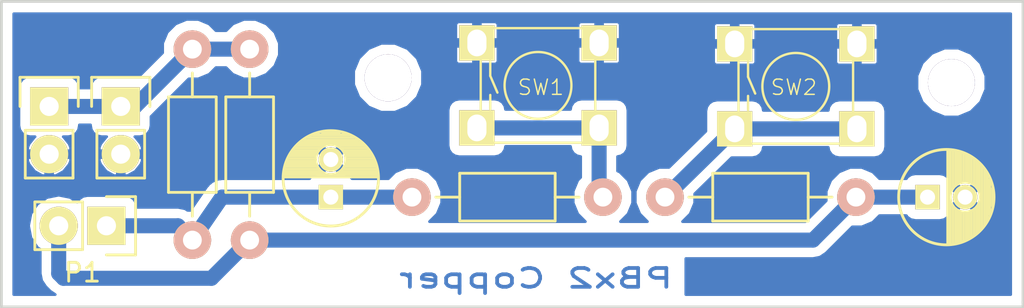
<source format=kicad_pcb>
(kicad_pcb (version 4) (host pcbnew 0.201601231531+6508~42~ubuntu15.10.1-product)

  (general
    (links 20)
    (no_connects 0)
    (area 120.067667 96.67488 182.465584 114.882333)
    (thickness 1.6)
    (drawings 22)
    (tracks 26)
    (zones 0)
    (modules 13)
    (nets 7)
  )

  (page A4)
  (layers
    (0 F.Cu jumper hide)
    (31 B.Cu mixed hide)
    (33 F.Adhes user)
    (35 F.Paste user)
    (37 F.SilkS user)
    (39 F.Mask user)
    (40 Dwgs.User user)
    (41 Cmts.User user)
    (42 Eco1.User user)
    (43 Eco2.User user)
    (44 Edge.Cuts user)
    (45 Margin user)
    (47 F.CrtYd user)
    (49 F.Fab user)
  )

  (setup
    (last_trace_width 0.8)
    (trace_clearance 0.5)
    (zone_clearance 0.508)
    (zone_45_only no)
    (trace_min 0.2)
    (segment_width 0.2)
    (edge_width 0.15)
    (via_size 0.6)
    (via_drill 0.4)
    (via_min_size 0.4)
    (via_min_drill 0.3)
    (uvia_size 0.3)
    (uvia_drill 0.1)
    (uvias_allowed no)
    (uvia_min_size 0.2)
    (uvia_min_drill 0.1)
    (pcb_text_width 0.3)
    (pcb_text_size 1.5 1.5)
    (mod_edge_width 0.15)
    (mod_text_size 1 1)
    (mod_text_width 0.15)
    (pad_size 1.524 1.524)
    (pad_drill 0.762)
    (pad_to_mask_clearance 0.2)
    (aux_axis_origin 0 0)
    (visible_elements FFFFFE7F)
    (pcbplotparams
      (layerselection 0x00020_7ffffffe)
      (usegerberextensions false)
      (excludeedgelayer true)
      (linewidth 0.020000)
      (plotframeref false)
      (viasonmask false)
      (mode 1)
      (useauxorigin false)
      (hpglpennumber 1)
      (hpglpenspeed 20)
      (hpglpendiameter 15)
      (hpglpenoverlay 2)
      (psnegative false)
      (psa4output false)
      (plotreference false)
      (plotvalue false)
      (plotinvisibletext false)
      (padsonsilk false)
      (subtractmaskfromsilk false)
      (outputformat 1)
      (mirror false)
      (drillshape 0)
      (scaleselection 1)
      (outputdirectory SVG/))
  )

  (net 0 "")
  (net 1 GND)
  (net 2 VCC)
  (net 3 "Net-(R2-Pad2)")
  (net 4 /Pin1)
  (net 5 /Pin2)
  (net 6 "Net-(R1-Pad2)")

  (net_class Default "This is the default net class."
    (clearance 0.5)
    (trace_width 0.8)
    (via_dia 0.6)
    (via_drill 0.4)
    (uvia_dia 0.3)
    (uvia_drill 0.1)
    (add_net /Pin1)
    (add_net /Pin2)
    (add_net GND)
    (add_net "Net-(R1-Pad2)")
    (add_net "Net-(R2-Pad2)")
    (add_net VCC)
  )

  (module Mounting_Holes:MountingHole_2-5mm (layer F.Cu) (tedit 56A4DCEF) (tstamp 56A7D91C)
    (at 143.51 101.6)
    (descr "Mounting hole, Befestigungsbohrung, 2,5mm, No Annular, Kein Restring,")
    (tags "Mounting hole, Befestigungsbohrung, 2,5mm, No Annular, Kein Restring,")
    (fp_text reference REF** (at 0 -3.50012) (layer F.SilkS) hide
      (effects (font (size 1 1) (thickness 0.15)))
    )
    (fp_text value MountingHole_2-5mm (at 0.09906 3.59918) (layer F.Fab) hide
      (effects (font (size 1 1) (thickness 0.15)))
    )
    (fp_circle (center 0 0) (end 2.5 0) (layer Cmts.User) (width 0.381))
    (pad 1 thru_hole circle (at 0 0) (size 2.5 2.5) (drill 2.5) (layers))
  )

  (module Capacitors_ThroughHole:C_Radial_D5_L11_P2 (layer F.Cu) (tedit 56A4FF2C) (tstamp 56A4B9AC)
    (at 140.462 107.95 90)
    (descr "Radial Electrolytic Capacitor 5mm x Length 11mm, Pitch 2mm")
    (tags "Electrolytic Capacitor")
    (path /5675BF29)
    (fp_text reference C1 (at 2.032 -3.556 180) (layer F.SilkS) hide
      (effects (font (size 1 1) (thickness 0.15)))
    )
    (fp_text value 1uF (at 3.556 -3.048 180) (layer F.SilkS) hide
      (effects (font (size 1 1) (thickness 0.15)))
    )
    (fp_line (start 1.075 -2.499) (end 1.075 2.499) (layer F.SilkS) (width 0.15))
    (fp_line (start 1.215 -2.491) (end 1.215 -0.154) (layer F.SilkS) (width 0.15))
    (fp_line (start 1.215 0.154) (end 1.215 2.491) (layer F.SilkS) (width 0.15))
    (fp_line (start 1.355 -2.475) (end 1.355 -0.473) (layer F.SilkS) (width 0.15))
    (fp_line (start 1.355 0.473) (end 1.355 2.475) (layer F.SilkS) (width 0.15))
    (fp_line (start 1.495 -2.451) (end 1.495 -0.62) (layer F.SilkS) (width 0.15))
    (fp_line (start 1.495 0.62) (end 1.495 2.451) (layer F.SilkS) (width 0.15))
    (fp_line (start 1.635 -2.418) (end 1.635 -0.712) (layer F.SilkS) (width 0.15))
    (fp_line (start 1.635 0.712) (end 1.635 2.418) (layer F.SilkS) (width 0.15))
    (fp_line (start 1.775 -2.377) (end 1.775 -0.768) (layer F.SilkS) (width 0.15))
    (fp_line (start 1.775 0.768) (end 1.775 2.377) (layer F.SilkS) (width 0.15))
    (fp_line (start 1.915 -2.327) (end 1.915 -0.795) (layer F.SilkS) (width 0.15))
    (fp_line (start 1.915 0.795) (end 1.915 2.327) (layer F.SilkS) (width 0.15))
    (fp_line (start 2.055 -2.266) (end 2.055 -0.798) (layer F.SilkS) (width 0.15))
    (fp_line (start 2.055 0.798) (end 2.055 2.266) (layer F.SilkS) (width 0.15))
    (fp_line (start 2.195 -2.196) (end 2.195 -0.776) (layer F.SilkS) (width 0.15))
    (fp_line (start 2.195 0.776) (end 2.195 2.196) (layer F.SilkS) (width 0.15))
    (fp_line (start 2.335 -2.114) (end 2.335 -0.726) (layer F.SilkS) (width 0.15))
    (fp_line (start 2.335 0.726) (end 2.335 2.114) (layer F.SilkS) (width 0.15))
    (fp_line (start 2.475 -2.019) (end 2.475 -0.644) (layer F.SilkS) (width 0.15))
    (fp_line (start 2.475 0.644) (end 2.475 2.019) (layer F.SilkS) (width 0.15))
    (fp_line (start 2.615 -1.908) (end 2.615 -0.512) (layer F.SilkS) (width 0.15))
    (fp_line (start 2.615 0.512) (end 2.615 1.908) (layer F.SilkS) (width 0.15))
    (fp_line (start 2.755 -1.78) (end 2.755 -0.265) (layer F.SilkS) (width 0.15))
    (fp_line (start 2.755 0.265) (end 2.755 1.78) (layer F.SilkS) (width 0.15))
    (fp_line (start 2.895 -1.631) (end 2.895 1.631) (layer F.SilkS) (width 0.15))
    (fp_line (start 3.035 -1.452) (end 3.035 1.452) (layer F.SilkS) (width 0.15))
    (fp_line (start 3.175 -1.233) (end 3.175 1.233) (layer F.SilkS) (width 0.15))
    (fp_line (start 3.315 -0.944) (end 3.315 0.944) (layer F.SilkS) (width 0.15))
    (fp_line (start 3.455 -0.472) (end 3.455 0.472) (layer F.SilkS) (width 0.15))
    (fp_circle (center 2 0) (end 2 -0.8) (layer F.SilkS) (width 0.15))
    (fp_circle (center 1 0) (end 1 -2.5375) (layer F.SilkS) (width 0.15))
    (fp_circle (center 1 0) (end 1 -2.8) (layer F.CrtYd) (width 0.05))
    (pad 1 thru_hole rect (at 0 0 90) (size 1.3 1.3) (drill 0.8) (layers *.Cu *.Mask F.SilkS)
      (net 4 /Pin1))
    (pad 2 thru_hole circle (at 2 0 90) (size 1.3 1.3) (drill 0.8) (layers *.Cu *.Mask F.SilkS)
      (net 1 GND))
    (model Capacitors_ThroughHole.3dshapes/C_Radial_D5_L11_P2.wrl
      (at (xyz 0 0 0))
      (scale (xyz 1 1 1))
      (rotate (xyz 0 0 0))
    )
  )

  (module Resistors_ThroughHole:Resistor_Horizontal_RM10mm (layer F.Cu) (tedit 56A4FF4D) (tstamp 56A4B9B2)
    (at 163.322 107.95 180)
    (descr "Resistor, Axial,  RM 10mm, 1/3W,")
    (tags "Resistor, Axial, RM 10mm, 1/3W,")
    (path /56A4BAD3)
    (fp_text reference R1 (at 0.1524 2.032 180) (layer F.SilkS) hide
      (effects (font (size 1 1) (thickness 0.15)))
    )
    (fp_text value 1K (at 0.1524 0 270) (layer Eco1.User) hide
      (effects (font (size 1 1) (thickness 0.15)))
    )
    (fp_line (start -2.54 -1.27) (end 2.54 -1.27) (layer F.SilkS) (width 0.15))
    (fp_line (start 2.54 -1.27) (end 2.54 1.27) (layer F.SilkS) (width 0.15))
    (fp_line (start 2.54 1.27) (end -2.54 1.27) (layer F.SilkS) (width 0.15))
    (fp_line (start -2.54 1.27) (end -2.54 -1.27) (layer F.SilkS) (width 0.15))
    (fp_line (start -2.54 0) (end -3.81 0) (layer F.SilkS) (width 0.15))
    (fp_line (start 2.54 0) (end 3.81 0) (layer F.SilkS) (width 0.15))
    (pad 1 thru_hole circle (at -5.08 0 180) (size 1.99898 1.99898) (drill 1.00076) (layers *.Cu *.SilkS *.Mask)
      (net 5 /Pin2))
    (pad 2 thru_hole circle (at 5.08 0 180) (size 1.99898 1.99898) (drill 1.00076) (layers *.Cu *.SilkS *.Mask)
      (net 6 "Net-(R1-Pad2)"))
    (model Resistors_ThroughHole.3dshapes/Resistor_Horizontal_RM10mm.wrl
      (at (xyz 0 0 0))
      (scale (xyz 0.4 0.4 0.4))
      (rotate (xyz 0 0 0))
    )
  )

  (module Resistors_ThroughHole:Resistor_Horizontal_RM10mm (layer F.Cu) (tedit 56A4FF43) (tstamp 56A4B9B8)
    (at 149.86 107.95)
    (descr "Resistor, Axial,  RM 10mm, 1/3W,")
    (tags "Resistor, Axial, RM 10mm, 1/3W,")
    (path /566DB317)
    (fp_text reference R2 (at 0 -2.286) (layer F.SilkS) hide
      (effects (font (size 1 1) (thickness 0.15)))
    )
    (fp_text value 1K (at 0 0 90) (layer Eco1.User) hide
      (effects (font (size 1 1) (thickness 0.15)))
    )
    (fp_line (start -2.54 -1.27) (end 2.54 -1.27) (layer F.SilkS) (width 0.15))
    (fp_line (start 2.54 -1.27) (end 2.54 1.27) (layer F.SilkS) (width 0.15))
    (fp_line (start 2.54 1.27) (end -2.54 1.27) (layer F.SilkS) (width 0.15))
    (fp_line (start -2.54 1.27) (end -2.54 -1.27) (layer F.SilkS) (width 0.15))
    (fp_line (start -2.54 0) (end -3.81 0) (layer F.SilkS) (width 0.15))
    (fp_line (start 2.54 0) (end 3.81 0) (layer F.SilkS) (width 0.15))
    (pad 1 thru_hole circle (at -5.08 0) (size 1.99898 1.99898) (drill 1.00076) (layers *.Cu *.SilkS *.Mask)
      (net 4 /Pin1))
    (pad 2 thru_hole circle (at 5.08 0) (size 1.99898 1.99898) (drill 1.00076) (layers *.Cu *.SilkS *.Mask)
      (net 3 "Net-(R2-Pad2)"))
    (model Resistors_ThroughHole.3dshapes/Resistor_Horizontal_RM10mm.wrl
      (at (xyz 0 0 0))
      (scale (xyz 0.4 0.4 0.4))
      (rotate (xyz 0 0 0))
    )
  )

  (module Resistors_ThroughHole:Resistor_Horizontal_RM10mm (layer F.Cu) (tedit 56A4FF19) (tstamp 56A4B9BE)
    (at 133.096 105.156 270)
    (descr "Resistor, Axial,  RM 10mm, 1/3W,")
    (tags "Resistor, Axial, RM 10mm, 1/3W,")
    (path /56929606)
    (fp_text reference R3 (at 0.3556 -0.1016 270) (layer F.SilkS) hide
      (effects (font (size 1 1) (thickness 0.15)))
    )
    (fp_text value 47k (at 0.1016 -2.3876 270) (layer Eco1.User) hide
      (effects (font (size 1 1) (thickness 0.15)))
    )
    (fp_line (start -2.54 -1.27) (end 2.54 -1.27) (layer F.SilkS) (width 0.15))
    (fp_line (start 2.54 -1.27) (end 2.54 1.27) (layer F.SilkS) (width 0.15))
    (fp_line (start 2.54 1.27) (end -2.54 1.27) (layer F.SilkS) (width 0.15))
    (fp_line (start -2.54 1.27) (end -2.54 -1.27) (layer F.SilkS) (width 0.15))
    (fp_line (start -2.54 0) (end -3.81 0) (layer F.SilkS) (width 0.15))
    (fp_line (start 2.54 0) (end 3.81 0) (layer F.SilkS) (width 0.15))
    (pad 1 thru_hole circle (at -5.08 0 270) (size 1.99898 1.99898) (drill 1.00076) (layers *.Cu *.SilkS *.Mask)
      (net 2 VCC))
    (pad 2 thru_hole circle (at 5.08 0 270) (size 1.99898 1.99898) (drill 1.00076) (layers *.Cu *.SilkS *.Mask)
      (net 4 /Pin1))
    (model Resistors_ThroughHole.3dshapes/Resistor_Horizontal_RM10mm.wrl
      (at (xyz 0 0 0))
      (scale (xyz 0.4 0.4 0.4))
      (rotate (xyz 0 0 0))
    )
  )

  (module misc:AB2_PB_MOM_6MM_PTH_BLK (layer F.Cu) (tedit 56A4DCFB) (tstamp 56A4B9D2)
    (at 151.486 102.006)
    (path /566DB135)
    (fp_text reference SW1 (at 0.152 0.102) (layer F.SilkS)
      (effects (font (size 0.8128 0.8128) (thickness 0.0762)))
    )
    (fp_text value SW_PUSH (at 0 3.81) (layer F.SilkS) hide
      (effects (font (size 0.8128 0.8128) (thickness 0.0762)))
    )
    (fp_line (start -2.54 -0.508) (end -2.159 0.381) (layer F.SilkS) (width 0.127))
    (fp_line (start -2.54 1.27) (end -2.54 0.508) (layer F.SilkS) (width 0.127))
    (fp_line (start -2.54 -1.27) (end -2.54 -0.508) (layer F.SilkS) (width 0.127))
    (fp_line (start -2.54 -3.048) (end 2.54 -3.048) (layer F.SilkS) (width 0.127))
    (fp_line (start 2.54 -3.048) (end 3.048 -2.54) (layer F.SilkS) (width 0.127))
    (fp_line (start 3.048 -2.54) (end 3.048 2.54) (layer F.SilkS) (width 0.127))
    (fp_line (start 3.048 2.54) (end 2.54 3.048) (layer F.SilkS) (width 0.127))
    (fp_line (start 2.54 3.048) (end -2.54 3.048) (layer F.SilkS) (width 0.127))
    (fp_line (start -2.54 3.048) (end -3.048 2.54) (layer F.SilkS) (width 0.127))
    (fp_line (start -3.048 2.54) (end -3.048 -2.54) (layer F.SilkS) (width 0.127))
    (fp_line (start -3.048 -2.54) (end -2.54 -3.048) (layer F.SilkS) (width 0.127))
    (fp_circle (center 0 0) (end 0 -1.778) (layer F.SilkS) (width 0.127))
    (pad 1 thru_hole rect (at -3.2512 -2.2606) (size 1.8796 1.8796) (drill oval 1.016 1.4224) (layers *.Cu *.Mask F.SilkS)
      (net 1 GND))
    (pad 1 thru_hole rect (at 3.2512 -2.2606) (size 1.8796 1.8796) (drill oval 1.016 1.4224) (layers *.Cu *.Mask F.SilkS)
      (net 1 GND))
    (pad 2 thru_hole rect (at -3.2512 2.2606) (size 1.8796 1.8796) (drill oval 1.016 1.4224) (layers *.Cu *.Mask F.SilkS)
      (net 3 "Net-(R2-Pad2)"))
    (pad 2 thru_hole rect (at 3.2512 2.2606) (size 1.8796 1.8796) (drill oval 1.016 1.4224) (layers *.Cu *.Mask F.SilkS)
      (net 3 "Net-(R2-Pad2)"))
    (model ab2_input_devices/AB2_PB_MOM_6MM_PTH_BLK.x3d
      (at (xyz 0 0 0))
      (scale (xyz 0.3937 0.3937 0.3937))
      (rotate (xyz 0 0 90))
    )
  )

  (module Capacitors_ThroughHole:C_Radial_D5_L11_P2 (layer F.Cu) (tedit 56A4FF67) (tstamp 56A4BBCD)
    (at 172.212 107.95)
    (descr "Radial Electrolytic Capacitor 5mm x Length 11mm, Pitch 2mm")
    (tags "Electrolytic Capacitor")
    (path /56A4BADC)
    (fp_text reference C2 (at 1.524 3.81 90) (layer F.SilkS) hide
      (effects (font (size 1 1) (thickness 0.15)))
    )
    (fp_text value 1uF (at 3.302 3.556 90) (layer F.SilkS) hide
      (effects (font (size 1 1) (thickness 0.15)))
    )
    (fp_line (start 1.075 -2.499) (end 1.075 2.499) (layer F.SilkS) (width 0.15))
    (fp_line (start 1.215 -2.491) (end 1.215 -0.154) (layer F.SilkS) (width 0.15))
    (fp_line (start 1.215 0.154) (end 1.215 2.491) (layer F.SilkS) (width 0.15))
    (fp_line (start 1.355 -2.475) (end 1.355 -0.473) (layer F.SilkS) (width 0.15))
    (fp_line (start 1.355 0.473) (end 1.355 2.475) (layer F.SilkS) (width 0.15))
    (fp_line (start 1.495 -2.451) (end 1.495 -0.62) (layer F.SilkS) (width 0.15))
    (fp_line (start 1.495 0.62) (end 1.495 2.451) (layer F.SilkS) (width 0.15))
    (fp_line (start 1.635 -2.418) (end 1.635 -0.712) (layer F.SilkS) (width 0.15))
    (fp_line (start 1.635 0.712) (end 1.635 2.418) (layer F.SilkS) (width 0.15))
    (fp_line (start 1.775 -2.377) (end 1.775 -0.768) (layer F.SilkS) (width 0.15))
    (fp_line (start 1.775 0.768) (end 1.775 2.377) (layer F.SilkS) (width 0.15))
    (fp_line (start 1.915 -2.327) (end 1.915 -0.795) (layer F.SilkS) (width 0.15))
    (fp_line (start 1.915 0.795) (end 1.915 2.327) (layer F.SilkS) (width 0.15))
    (fp_line (start 2.055 -2.266) (end 2.055 -0.798) (layer F.SilkS) (width 0.15))
    (fp_line (start 2.055 0.798) (end 2.055 2.266) (layer F.SilkS) (width 0.15))
    (fp_line (start 2.195 -2.196) (end 2.195 -0.776) (layer F.SilkS) (width 0.15))
    (fp_line (start 2.195 0.776) (end 2.195 2.196) (layer F.SilkS) (width 0.15))
    (fp_line (start 2.335 -2.114) (end 2.335 -0.726) (layer F.SilkS) (width 0.15))
    (fp_line (start 2.335 0.726) (end 2.335 2.114) (layer F.SilkS) (width 0.15))
    (fp_line (start 2.475 -2.019) (end 2.475 -0.644) (layer F.SilkS) (width 0.15))
    (fp_line (start 2.475 0.644) (end 2.475 2.019) (layer F.SilkS) (width 0.15))
    (fp_line (start 2.615 -1.908) (end 2.615 -0.512) (layer F.SilkS) (width 0.15))
    (fp_line (start 2.615 0.512) (end 2.615 1.908) (layer F.SilkS) (width 0.15))
    (fp_line (start 2.755 -1.78) (end 2.755 -0.265) (layer F.SilkS) (width 0.15))
    (fp_line (start 2.755 0.265) (end 2.755 1.78) (layer F.SilkS) (width 0.15))
    (fp_line (start 2.895 -1.631) (end 2.895 1.631) (layer F.SilkS) (width 0.15))
    (fp_line (start 3.035 -1.452) (end 3.035 1.452) (layer F.SilkS) (width 0.15))
    (fp_line (start 3.175 -1.233) (end 3.175 1.233) (layer F.SilkS) (width 0.15))
    (fp_line (start 3.315 -0.944) (end 3.315 0.944) (layer F.SilkS) (width 0.15))
    (fp_line (start 3.455 -0.472) (end 3.455 0.472) (layer F.SilkS) (width 0.15))
    (fp_circle (center 2 0) (end 2 -0.8) (layer F.SilkS) (width 0.15))
    (fp_circle (center 1 0) (end 1 -2.5375) (layer F.SilkS) (width 0.15))
    (fp_circle (center 1 0) (end 1 -2.8) (layer F.CrtYd) (width 0.05))
    (pad 1 thru_hole rect (at 0 0) (size 1.3 1.3) (drill 0.8) (layers *.Cu *.Mask F.SilkS)
      (net 5 /Pin2))
    (pad 2 thru_hole circle (at 2 0) (size 1.3 1.3) (drill 0.8) (layers *.Cu *.Mask F.SilkS)
      (net 1 GND))
    (model Capacitors_ThroughHole.3dshapes/C_Radial_D5_L11_P2.wrl
      (at (xyz 0 0 0))
      (scale (xyz 1 1 1))
      (rotate (xyz 0 0 0))
    )
  )

  (module Resistors_ThroughHole:Resistor_Horizontal_RM10mm (layer F.Cu) (tedit 56A4FF36) (tstamp 56A4BBD3)
    (at 136.144 105.156 270)
    (descr "Resistor, Axial,  RM 10mm, 1/3W,")
    (tags "Resistor, Axial, RM 10mm, 1/3W,")
    (path /56A4BAE4)
    (fp_text reference R4 (at 0.1016 -0.08636 270) (layer F.SilkS) hide
      (effects (font (size 1 1) (thickness 0.15)))
    )
    (fp_text value 47k (at -0.1524 -1.86436 270) (layer F.Fab) hide
      (effects (font (size 1 1) (thickness 0.15)))
    )
    (fp_line (start -2.54 -1.27) (end 2.54 -1.27) (layer F.SilkS) (width 0.15))
    (fp_line (start 2.54 -1.27) (end 2.54 1.27) (layer F.SilkS) (width 0.15))
    (fp_line (start 2.54 1.27) (end -2.54 1.27) (layer F.SilkS) (width 0.15))
    (fp_line (start -2.54 1.27) (end -2.54 -1.27) (layer F.SilkS) (width 0.15))
    (fp_line (start -2.54 0) (end -3.81 0) (layer F.SilkS) (width 0.15))
    (fp_line (start 2.54 0) (end 3.81 0) (layer F.SilkS) (width 0.15))
    (pad 1 thru_hole circle (at -5.08 0 270) (size 1.99898 1.99898) (drill 1.00076) (layers *.Cu *.SilkS *.Mask)
      (net 2 VCC))
    (pad 2 thru_hole circle (at 5.08 0 270) (size 1.99898 1.99898) (drill 1.00076) (layers *.Cu *.SilkS *.Mask)
      (net 5 /Pin2))
    (model Resistors_ThroughHole.3dshapes/Resistor_Horizontal_RM10mm.wrl
      (at (xyz 0 0 0))
      (scale (xyz 0.4 0.4 0.4))
      (rotate (xyz 0 0 0))
    )
  )

  (module misc:AB2_PB_MOM_6MM_PTH_BLK (layer F.Cu) (tedit 56A4DCFE) (tstamp 56A4BBE7)
    (at 165.202 102.057)
    (path /56A4BAC7)
    (fp_text reference SW2 (at -0.102 0.051) (layer F.SilkS)
      (effects (font (size 0.8128 0.8128) (thickness 0.0762)))
    )
    (fp_text value SW_PUSH (at 0 3.81) (layer F.SilkS) hide
      (effects (font (size 0.8128 0.8128) (thickness 0.0762)))
    )
    (fp_line (start -2.54 -0.508) (end -2.159 0.381) (layer F.SilkS) (width 0.127))
    (fp_line (start -2.54 1.27) (end -2.54 0.508) (layer F.SilkS) (width 0.127))
    (fp_line (start -2.54 -1.27) (end -2.54 -0.508) (layer F.SilkS) (width 0.127))
    (fp_line (start -2.54 -3.048) (end 2.54 -3.048) (layer F.SilkS) (width 0.127))
    (fp_line (start 2.54 -3.048) (end 3.048 -2.54) (layer F.SilkS) (width 0.127))
    (fp_line (start 3.048 -2.54) (end 3.048 2.54) (layer F.SilkS) (width 0.127))
    (fp_line (start 3.048 2.54) (end 2.54 3.048) (layer F.SilkS) (width 0.127))
    (fp_line (start 2.54 3.048) (end -2.54 3.048) (layer F.SilkS) (width 0.127))
    (fp_line (start -2.54 3.048) (end -3.048 2.54) (layer F.SilkS) (width 0.127))
    (fp_line (start -3.048 2.54) (end -3.048 -2.54) (layer F.SilkS) (width 0.127))
    (fp_line (start -3.048 -2.54) (end -2.54 -3.048) (layer F.SilkS) (width 0.127))
    (fp_circle (center 0 0) (end 0 -1.778) (layer F.SilkS) (width 0.127))
    (pad 1 thru_hole rect (at -3.2512 -2.2606) (size 1.8796 1.8796) (drill oval 1.016 1.4224) (layers *.Cu *.Mask F.SilkS)
      (net 1 GND))
    (pad 1 thru_hole rect (at 3.2512 -2.2606) (size 1.8796 1.8796) (drill oval 1.016 1.4224) (layers *.Cu *.Mask F.SilkS)
      (net 1 GND))
    (pad 2 thru_hole rect (at -3.2512 2.2606) (size 1.8796 1.8796) (drill oval 1.016 1.4224) (layers *.Cu *.Mask F.SilkS)
      (net 6 "Net-(R1-Pad2)"))
    (pad 2 thru_hole rect (at 3.2512 2.2606) (size 1.8796 1.8796) (drill oval 1.016 1.4224) (layers *.Cu *.Mask F.SilkS)
      (net 6 "Net-(R1-Pad2)"))
    (model ab2_input_devices/AB2_PB_MOM_6MM_PTH_BLK.x3d
      (at (xyz 0 0 0))
      (scale (xyz 0.3937 0.3937 0.3937))
      (rotate (xyz 0 0 90))
    )
  )

  (module Pin_Headers:Pin_Header_Straight_1x02 (layer F.Cu) (tedit 56A4DDAA) (tstamp 56A4C683)
    (at 128.524 109.474 270)
    (descr "Through hole pin header")
    (tags "pin header")
    (path /56A4C82A)
    (fp_text reference P1 (at 2.4892 1.27 360) (layer F.SilkS)
      (effects (font (size 1 1) (thickness 0.15)))
    )
    (fp_text value CONN_01X02 (at 0 -3.1 270) (layer F.Fab) hide
      (effects (font (size 1 1) (thickness 0.15)))
    )
    (fp_line (start 1.27 1.27) (end 1.27 3.81) (layer F.SilkS) (width 0.15))
    (fp_line (start 1.55 -1.55) (end 1.55 0) (layer F.SilkS) (width 0.15))
    (fp_line (start -1.75 -1.75) (end -1.75 4.3) (layer F.CrtYd) (width 0.05))
    (fp_line (start 1.75 -1.75) (end 1.75 4.3) (layer F.CrtYd) (width 0.05))
    (fp_line (start -1.75 -1.75) (end 1.75 -1.75) (layer F.CrtYd) (width 0.05))
    (fp_line (start -1.75 4.3) (end 1.75 4.3) (layer F.CrtYd) (width 0.05))
    (fp_line (start 1.27 1.27) (end -1.27 1.27) (layer F.SilkS) (width 0.15))
    (fp_line (start -1.55 0) (end -1.55 -1.55) (layer F.SilkS) (width 0.15))
    (fp_line (start -1.55 -1.55) (end 1.55 -1.55) (layer F.SilkS) (width 0.15))
    (fp_line (start -1.27 1.27) (end -1.27 3.81) (layer F.SilkS) (width 0.15))
    (fp_line (start -1.27 3.81) (end 1.27 3.81) (layer F.SilkS) (width 0.15))
    (pad 1 thru_hole rect (at 0 0 270) (size 2.032 2.032) (drill 1.016) (layers *.Cu *.Mask F.SilkS)
      (net 4 /Pin1))
    (pad 2 thru_hole oval (at 0 2.54 270) (size 2.032 2.032) (drill 1.016) (layers *.Cu *.Mask F.SilkS)
      (net 5 /Pin2))
    (model Pin_Headers.3dshapes/Pin_Header_Straight_1x02.wrl
      (at (xyz 0 -0.05 0))
      (scale (xyz 1 1 1))
      (rotate (xyz 0 0 90))
    )
  )

  (module Pin_Headers:Pin_Header_Straight_1x02 (layer F.Cu) (tedit 56A4FF00) (tstamp 56A4C68D)
    (at 129.286 103.124)
    (descr "Through hole pin header")
    (tags "pin header")
    (path /56A4C5E0)
    (fp_text reference P2 (at -0.08128 -2.93624) (layer F.SilkS) hide
      (effects (font (size 1 1) (thickness 0.15)))
    )
    (fp_text value CONN_01X02 (at 0 -3.1) (layer F.Fab) hide
      (effects (font (size 1 1) (thickness 0.15)))
    )
    (fp_line (start 1.27 1.27) (end 1.27 3.81) (layer F.SilkS) (width 0.15))
    (fp_line (start 1.55 -1.55) (end 1.55 0) (layer F.SilkS) (width 0.15))
    (fp_line (start -1.75 -1.75) (end -1.75 4.3) (layer F.CrtYd) (width 0.05))
    (fp_line (start 1.75 -1.75) (end 1.75 4.3) (layer F.CrtYd) (width 0.05))
    (fp_line (start -1.75 -1.75) (end 1.75 -1.75) (layer F.CrtYd) (width 0.05))
    (fp_line (start -1.75 4.3) (end 1.75 4.3) (layer F.CrtYd) (width 0.05))
    (fp_line (start 1.27 1.27) (end -1.27 1.27) (layer F.SilkS) (width 0.15))
    (fp_line (start -1.55 0) (end -1.55 -1.55) (layer F.SilkS) (width 0.15))
    (fp_line (start -1.55 -1.55) (end 1.55 -1.55) (layer F.SilkS) (width 0.15))
    (fp_line (start -1.27 1.27) (end -1.27 3.81) (layer F.SilkS) (width 0.15))
    (fp_line (start -1.27 3.81) (end 1.27 3.81) (layer F.SilkS) (width 0.15))
    (pad 1 thru_hole rect (at 0 0) (size 2.032 2.032) (drill 1.016) (layers *.Cu *.Mask F.SilkS)
      (net 2 VCC))
    (pad 2 thru_hole oval (at 0 2.54) (size 2.032 2.032) (drill 1.016) (layers *.Cu *.Mask F.SilkS)
      (net 1 GND))
    (model Pin_Headers.3dshapes/Pin_Header_Straight_1x02.wrl
      (at (xyz 0 -0.05 0))
      (scale (xyz 1 1 1))
      (rotate (xyz 0 0 90))
    )
  )

  (module Pin_Headers:Pin_Header_Straight_1x02 (layer F.Cu) (tedit 56A4FF09) (tstamp 56A4C693)
    (at 125.476 103.124)
    (descr "Through hole pin header")
    (tags "pin header")
    (path /56A4C6E2)
    (fp_text reference P3 (at 0.0508 -2.93624) (layer F.SilkS) hide
      (effects (font (size 1 1) (thickness 0.15)))
    )
    (fp_text value CONN_01X02 (at 0 -3.1) (layer F.Fab) hide
      (effects (font (size 1 1) (thickness 0.15)))
    )
    (fp_line (start 1.27 1.27) (end 1.27 3.81) (layer F.SilkS) (width 0.15))
    (fp_line (start 1.55 -1.55) (end 1.55 0) (layer F.SilkS) (width 0.15))
    (fp_line (start -1.75 -1.75) (end -1.75 4.3) (layer F.CrtYd) (width 0.05))
    (fp_line (start 1.75 -1.75) (end 1.75 4.3) (layer F.CrtYd) (width 0.05))
    (fp_line (start -1.75 -1.75) (end 1.75 -1.75) (layer F.CrtYd) (width 0.05))
    (fp_line (start -1.75 4.3) (end 1.75 4.3) (layer F.CrtYd) (width 0.05))
    (fp_line (start 1.27 1.27) (end -1.27 1.27) (layer F.SilkS) (width 0.15))
    (fp_line (start -1.55 0) (end -1.55 -1.55) (layer F.SilkS) (width 0.15))
    (fp_line (start -1.55 -1.55) (end 1.55 -1.55) (layer F.SilkS) (width 0.15))
    (fp_line (start -1.27 1.27) (end -1.27 3.81) (layer F.SilkS) (width 0.15))
    (fp_line (start -1.27 3.81) (end 1.27 3.81) (layer F.SilkS) (width 0.15))
    (pad 1 thru_hole rect (at 0 0) (size 2.032 2.032) (drill 1.016) (layers *.Cu *.Mask F.SilkS)
      (net 2 VCC))
    (pad 2 thru_hole oval (at 0 2.54) (size 2.032 2.032) (drill 1.016) (layers *.Cu *.Mask F.SilkS)
      (net 1 GND))
    (model Pin_Headers.3dshapes/Pin_Header_Straight_1x02.wrl
      (at (xyz 0 -0.05 0))
      (scale (xyz 1 1 1))
      (rotate (xyz 0 0 90))
    )
  )

  (module Mounting_Holes:MountingHole_2-5mm (layer F.Cu) (tedit 56A4DCD4) (tstamp 56A4DAAF)
    (at 173.482 101.854)
    (descr "Mounting hole, Befestigungsbohrung, 2,5mm, No Annular, Kein Restring,")
    (tags "Mounting hole, Befestigungsbohrung, 2,5mm, No Annular, Kein Restring,")
    (fp_text reference REF** (at 0 -3.50012) (layer F.SilkS) hide
      (effects (font (size 1 1) (thickness 0.15)))
    )
    (fp_text value MountingHole_2-5mm (at 0.09906 3.59918) (layer F.SilkS) hide
      (effects (font (size 1 1) (thickness 0.15)))
    )
    (fp_circle (center 0 0) (end 2.5 0) (layer Cmts.User) (width 0.381))
    (pad 1 thru_hole circle (at 0 0) (size 2.5 2.5) (drill 2.5) (layers))
  )

  (gr_text 47K (at 135.89 105.156 270) (layer Eco1.User)
    (effects (font (size 1 1.5) (thickness 0.2)) (justify mirror))
  )
  (gr_text 47K (at 132.842 105.156 270) (layer Eco1.User)
    (effects (font (size 1 1.5) (thickness 0.2)) (justify mirror))
  )
  (gr_text 1K (at 163.068 107.95) (layer Eco1.User)
    (effects (font (size 1 1.5) (thickness 0.2)) (justify mirror))
  )
  (gr_text 1K (at 149.606 107.95) (layer Eco1.User)
    (effects (font (size 1 1.5) (thickness 0.2)) (justify mirror))
  )
  (gr_line (start 177.292 113.792) (end 177.292 113.538) (angle 90) (layer Edge.Cuts) (width 0.15))
  (gr_line (start 122.936 113.792) (end 177.292 113.792) (angle 90) (layer Edge.Cuts) (width 0.15))
  (gr_line (start 122.936 97.536) (end 122.936 113.792) (angle 90) (layer Edge.Cuts) (width 0.15))
  (gr_line (start 177.292 97.536) (end 122.936 97.536) (angle 90) (layer Edge.Cuts) (width 0.15))
  (gr_text "-\n+" (at 142.748 106.934) (layer Eco1.User)
    (effects (font (size 1.5 1.5) (thickness 0.3)) (justify mirror))
  )
  (gr_text "-\n+" (at 173.482 110.744 270) (layer Eco1.User)
    (effects (font (size 1.5 1.5) (thickness 0.3)) (justify mirror))
  )
  (gr_text "P1 P2" (at 127.254 112.014) (layer Eco1.User)
    (effects (font (size 1 1.5) (thickness 0.2)) (justify mirror))
  )
  (gr_text VCC (at 127.508 100.33) (layer Eco1.User)
    (effects (font (size 1.5 1.5) (thickness 0.3)) (justify mirror))
  )
  (gr_text "PBx2 Copper" (at 151.384 112.268) (layer B.Cu)
    (effects (font (size 1 1.5) (thickness 0.2)) (justify mirror))
  )
  (gr_line (start 177.292 97.536) (end 177.292 113.538) (angle 90) (layer Edge.Cuts) (width 0.15))
  (gr_line (start 168.19135 99.003438) (end 162.191685 99.034739) (layer Dwgs.User) (width 0.1))
  (gr_line (start 168.222863 105.003556) (end 168.19135 99.003438) (layer Dwgs.User) (width 0.1))
  (gr_line (start 162.223198 105.034857) (end 168.222863 105.003556) (layer Dwgs.User) (width 0.1))
  (gr_line (start 162.191685 99.034739) (end 162.223198 105.034857) (layer Dwgs.User) (width 0.1))
  (gr_line (start 154.500765 104.972299) (end 154.469252 98.972181) (layer Dwgs.User) (width 0.1))
  (gr_line (start 154.469252 98.972181) (end 148.469587 99.003482) (layer Dwgs.User) (width 0.1))
  (gr_line (start 148.469587 99.003482) (end 148.5011 105.0036) (layer Dwgs.User) (width 0.1))
  (gr_line (start 148.5011 105.0036) (end 154.500765 104.972299) (layer Dwgs.User) (width 0.1))

  (segment (start 136.144 100.076) (end 133.096 100.076) (width 0.8) (layer B.Cu) (net 2))
  (segment (start 129.286 103.124) (end 130.048 103.124) (width 0.8) (layer B.Cu) (net 2))
  (segment (start 130.048 103.124) (end 133.096 100.076) (width 0.8) (layer B.Cu) (net 2) (tstamp 56A4EB76))
  (segment (start 129.286 103.124) (end 129.19456 103.26624) (width 0.8) (layer B.Cu) (net 2) (status 10))
  (segment (start 125.476 103.124) (end 129.286 103.124) (width 0.8) (layer B.Cu) (net 2) (status 10))
  (segment (start 154.7372 104.2666) (end 154.7372 107.7472) (width 0.8) (layer B.Cu) (net 3))
  (segment (start 154.7372 107.7472) (end 154.94 107.95) (width 0.8) (layer B.Cu) (net 3) (tstamp 56A4EBAC))
  (segment (start 148.2348 104.2666) (end 154.7372 104.2666) (width 0.8) (layer B.Cu) (net 3))
  (segment (start 128.524 109.474) (end 132.334 109.474) (width 0.8) (layer B.Cu) (net 4))
  (segment (start 132.334 109.474) (end 133.096 110.236) (width 0.8) (layer B.Cu) (net 4) (tstamp 56A4EB61))
  (segment (start 140.462 107.95) (end 134.6708 107.95) (width 0.8) (layer B.Cu) (net 4))
  (segment (start 134.6708 107.95) (end 133.096 110.236) (width 0.8) (layer B.Cu) (net 4) (tstamp 56A4E906) (status 20))
  (segment (start 144.78 107.95) (end 140.462 107.95) (width 0.8) (layer B.Cu) (net 4) (status 10))
  (segment (start 133.096 110.236) (end 133.096 110.2106) (width 0.8) (layer B.Cu) (net 4) (status 30))
  (segment (start 133.096 110.236) (end 133.1722 110.236) (width 0.8) (layer B.Cu) (net 4) (status 30))
  (segment (start 125.984 109.474) (end 125.984 112.014) (width 0.8) (layer B.Cu) (net 5))
  (segment (start 134.112 112.268) (end 136.144 110.236) (width 0.8) (layer B.Cu) (net 5) (tstamp 56A4EB48))
  (segment (start 126.238 112.268) (end 134.112 112.268) (width 0.8) (layer B.Cu) (net 5) (tstamp 56A4EB3C))
  (segment (start 125.984 112.014) (end 126.238 112.268) (width 0.8) (layer B.Cu) (net 5) (tstamp 56A4EB37))
  (segment (start 136.144 110.236) (end 166.116 110.236) (width 0.8) (layer B.Cu) (net 5) (status 10))
  (segment (start 166.116 110.236) (end 168.402 107.95) (width 0.8) (layer B.Cu) (net 5) (tstamp 56A4E925))
  (segment (start 172.212 107.95) (end 168.402 107.95) (width 0.8) (layer B.Cu) (net 5) (status 10))
  (segment (start 168.402 107.95) (end 168.402 108.0643) (width 0.8) (layer B.Cu) (net 5) (status 30))
  (segment (start 161.9508 104.3176) (end 158.2424 107.9496) (width 0.8) (layer B.Cu) (net 6) (status 20))
  (segment (start 158.2424 107.9496) (end 158.242 107.95) (width 0.8) (layer B.Cu) (net 6) (tstamp 56A4D784) (status 30))
  (segment (start 168.4532 104.3176) (end 161.9508 104.3176) (width 0.8) (layer B.Cu) (net 6))

  (zone (net 1) (net_name GND) (layer B.Cu) (tstamp 56A4E93C) (hatch edge 0.508)
    (connect_pads (clearance 0.508))
    (min_thickness 0.15)
    (fill yes (arc_segments 16) (thermal_gap 0.108) (thermal_bridge_width 0.508))
    (polygon
      (pts
        (xy 122.936 97.536) (xy 122.936 113.792) (xy 177.292 113.792) (xy 177.292 97.536)
      )
    )
    (filled_polygon
      (pts
        (xy 176.634 113.134) (xy 159.352714 113.134) (xy 159.352714 111.219) (xy 166.116 111.219) (xy 166.492178 111.144174)
        (xy 166.811086 110.931086) (xy 168.209849 109.532323) (xy 168.715396 109.532764) (xy 169.297238 109.292352) (xy 169.657218 108.933)
        (xy 171.083336 108.933) (xy 171.141681 109.020319) (xy 171.334525 109.149173) (xy 171.562 109.194421) (xy 172.862 109.194421)
        (xy 173.089475 109.149173) (xy 173.282319 109.020319) (xy 173.411173 108.827475) (xy 173.450353 108.630505) (xy 173.78464 108.630505)
        (xy 173.86881 108.726894) (xy 174.192238 108.79909) (xy 174.518675 108.742019) (xy 174.55519 108.726894) (xy 174.63936 108.630505)
        (xy 174.212 108.203144) (xy 173.78464 108.630505) (xy 173.450353 108.630505) (xy 173.456421 108.6) (xy 173.456421 108.311803)
        (xy 173.531495 108.37736) (xy 173.958856 107.95) (xy 174.465144 107.95) (xy 174.892505 108.37736) (xy 174.988894 108.29319)
        (xy 175.06109 107.969762) (xy 175.004019 107.643325) (xy 174.988894 107.60681) (xy 174.892505 107.52264) (xy 174.465144 107.95)
        (xy 173.958856 107.95) (xy 173.531495 107.52264) (xy 173.456421 107.588197) (xy 173.456421 107.3) (xy 173.450354 107.269495)
        (xy 173.78464 107.269495) (xy 174.212 107.696856) (xy 174.63936 107.269495) (xy 174.55519 107.173106) (xy 174.231762 107.10091)
        (xy 173.905325 107.157981) (xy 173.86881 107.173106) (xy 173.78464 107.269495) (xy 173.450354 107.269495) (xy 173.411173 107.072525)
        (xy 173.282319 106.879681) (xy 173.089475 106.750827) (xy 172.862 106.705579) (xy 171.562 106.705579) (xy 171.334525 106.750827)
        (xy 171.141681 106.879681) (xy 171.083336 106.967) (xy 169.656743 106.967) (xy 169.299579 106.609212) (xy 168.718158 106.367785)
        (xy 168.088604 106.367236) (xy 167.506762 106.607648) (xy 167.061212 107.052421) (xy 166.819785 107.633842) (xy 166.819341 108.142487)
        (xy 165.708828 109.253) (xy 159.176659 109.253) (xy 159.582788 108.847579) (xy 159.824215 108.266158) (xy 159.824643 107.77588)
        (xy 161.789175 105.851821) (xy 162.8906 105.851821) (xy 163.118075 105.806573) (xy 163.310919 105.677719) (xy 163.439773 105.484875)
        (xy 163.476428 105.3006) (xy 166.927572 105.3006) (xy 166.964227 105.484875) (xy 167.093081 105.677719) (xy 167.285925 105.806573)
        (xy 167.5134 105.851821) (xy 169.393 105.851821) (xy 169.620475 105.806573) (xy 169.813319 105.677719) (xy 169.942173 105.484875)
        (xy 169.987421 105.2574) (xy 169.987421 103.3778) (xy 169.942173 103.150325) (xy 169.813319 102.957481) (xy 169.620475 102.828627)
        (xy 169.393 102.783379) (xy 167.5134 102.783379) (xy 167.285925 102.828627) (xy 167.093081 102.957481) (xy 166.964227 103.150325)
        (xy 166.927572 103.3346) (xy 163.476428 103.3346) (xy 163.439773 103.150325) (xy 163.310919 102.957481) (xy 163.118075 102.828627)
        (xy 162.8906 102.783379) (xy 161.011 102.783379) (xy 160.783525 102.828627) (xy 160.590681 102.957481) (xy 160.461827 103.150325)
        (xy 160.416579 103.3778) (xy 160.416579 104.444287) (xy 158.452714 106.367693) (xy 157.928604 106.367236) (xy 157.346762 106.607648)
        (xy 156.901212 107.052421) (xy 156.659785 107.633842) (xy 156.659236 108.263396) (xy 156.899648 108.845238) (xy 157.306699 109.253)
        (xy 155.874659 109.253) (xy 156.280788 108.847579) (xy 156.522215 108.266158) (xy 156.522764 107.636604) (xy 156.282352 107.054762)
        (xy 155.837579 106.609212) (xy 155.7202 106.560472) (xy 155.7202 105.792228) (xy 155.904475 105.755573) (xy 156.097319 105.626719)
        (xy 156.226173 105.433875) (xy 156.271421 105.2064) (xy 156.271421 103.3268) (xy 156.226173 103.099325) (xy 156.097319 102.906481)
        (xy 155.904475 102.777627) (xy 155.677 102.732379) (xy 153.7974 102.732379) (xy 153.569925 102.777627) (xy 153.377081 102.906481)
        (xy 153.248227 103.099325) (xy 153.211572 103.2836) (xy 149.760428 103.2836) (xy 149.723773 103.099325) (xy 149.594919 102.906481)
        (xy 149.402075 102.777627) (xy 149.1746 102.732379) (xy 147.295 102.732379) (xy 147.067525 102.777627) (xy 146.874681 102.906481)
        (xy 146.745827 103.099325) (xy 146.700579 103.3268) (xy 146.700579 105.2064) (xy 146.745827 105.433875) (xy 146.874681 105.626719)
        (xy 147.067525 105.755573) (xy 147.295 105.800821) (xy 149.1746 105.800821) (xy 149.402075 105.755573) (xy 149.594919 105.626719)
        (xy 149.723773 105.433875) (xy 149.760428 105.2496) (xy 153.211572 105.2496) (xy 153.248227 105.433875) (xy 153.377081 105.626719)
        (xy 153.569925 105.755573) (xy 153.7542 105.792228) (xy 153.7542 106.897703) (xy 153.599212 107.052421) (xy 153.357785 107.633842)
        (xy 153.357236 108.263396) (xy 153.597648 108.845238) (xy 154.004699 109.253) (xy 145.714659 109.253) (xy 146.120788 108.847579)
        (xy 146.362215 108.266158) (xy 146.362764 107.636604) (xy 146.122352 107.054762) (xy 145.677579 106.609212) (xy 145.096158 106.367785)
        (xy 144.466604 106.367236) (xy 143.884762 106.607648) (xy 143.524782 106.967) (xy 141.590664 106.967) (xy 141.532319 106.879681)
        (xy 141.339475 106.750827) (xy 141.112 106.705579) (xy 140.823803 106.705579) (xy 140.88936 106.630505) (xy 140.462 106.203144)
        (xy 140.03464 106.630505) (xy 140.100197 106.705579) (xy 139.812 106.705579) (xy 139.584525 106.750827) (xy 139.391681 106.879681)
        (xy 139.333336 106.967) (xy 134.6708 106.967) (xy 134.58262 106.98454) (xy 134.492718 106.983265) (xy 134.396344 107.021592)
        (xy 134.294622 107.041826) (xy 134.219867 107.091776) (xy 134.13632 107.125002) (xy 134.061948 107.197294) (xy 133.975714 107.254914)
        (xy 133.925763 107.329671) (xy 133.861292 107.392339) (xy 132.992548 108.653419) (xy 132.841072 108.653287) (xy 132.710178 108.565826)
        (xy 132.334 108.491) (xy 130.134421 108.491) (xy 130.134421 108.458) (xy 130.089173 108.230525) (xy 129.960319 108.037681)
        (xy 129.767475 107.908827) (xy 129.54 107.863579) (xy 127.508 107.863579) (xy 127.280525 107.908827) (xy 127.087681 108.037681)
        (xy 126.969286 108.214872) (xy 126.595911 107.965391) (xy 125.984 107.843674) (xy 125.372089 107.965391) (xy 124.853336 108.31201)
        (xy 124.506717 108.830763) (xy 124.385 109.442674) (xy 124.385 109.505326) (xy 124.506717 110.117237) (xy 124.853336 110.63599)
        (xy 125.001 110.734656) (xy 125.001 112.014) (xy 125.075826 112.390178) (xy 125.288914 112.709086) (xy 125.542914 112.963086)
        (xy 125.798704 113.134) (xy 123.594 113.134) (xy 123.594 106.026259) (xy 124.333035 106.026259) (xy 124.411632 106.216052)
        (xy 124.703913 106.581346) (xy 125.113738 106.806982) (xy 125.297 106.80383) (xy 125.297 105.843) (xy 125.655 105.843)
        (xy 125.655 106.80383) (xy 125.838262 106.806982) (xy 126.248087 106.581346) (xy 126.540368 106.216052) (xy 126.618965 106.026259)
        (xy 128.143035 106.026259) (xy 128.221632 106.216052) (xy 128.513913 106.581346) (xy 128.923738 106.806982) (xy 129.107 106.80383)
        (xy 129.107 105.843) (xy 129.465 105.843) (xy 129.465 106.80383) (xy 129.648262 106.806982) (xy 130.058087 106.581346)
        (xy 130.350368 106.216052) (xy 130.428965 106.026259) (xy 130.427032 105.930238) (xy 139.61291 105.930238) (xy 139.669981 106.256675)
        (xy 139.685106 106.29319) (xy 139.781495 106.37736) (xy 140.208856 105.95) (xy 140.715144 105.95) (xy 141.142505 106.37736)
        (xy 141.238894 106.29319) (xy 141.31109 105.969762) (xy 141.254019 105.643325) (xy 141.238894 105.60681) (xy 141.142505 105.52264)
        (xy 140.715144 105.95) (xy 140.208856 105.95) (xy 139.781495 105.52264) (xy 139.685106 105.60681) (xy 139.61291 105.930238)
        (xy 130.427032 105.930238) (xy 130.425274 105.843) (xy 129.465 105.843) (xy 129.107 105.843) (xy 128.146726 105.843)
        (xy 128.143035 106.026259) (xy 126.618965 106.026259) (xy 126.615274 105.843) (xy 125.655 105.843) (xy 125.297 105.843)
        (xy 124.336726 105.843) (xy 124.333035 106.026259) (xy 123.594 106.026259) (xy 123.594 102.108) (xy 123.865579 102.108)
        (xy 123.865579 104.14) (xy 123.910827 104.367475) (xy 124.039681 104.560319) (xy 124.232525 104.689173) (xy 124.46 104.734421)
        (xy 124.726132 104.734421) (xy 124.703913 104.746654) (xy 124.411632 105.111948) (xy 124.333035 105.301741) (xy 124.336726 105.485)
        (xy 125.297 105.485) (xy 125.297 105.465) (xy 125.655 105.465) (xy 125.655 105.485) (xy 126.615274 105.485)
        (xy 126.618965 105.301741) (xy 126.540368 105.111948) (xy 126.248087 104.746654) (xy 126.225868 104.734421) (xy 126.492 104.734421)
        (xy 126.719475 104.689173) (xy 126.912319 104.560319) (xy 127.041173 104.367475) (xy 127.086421 104.14) (xy 127.086421 104.107)
        (xy 127.675579 104.107) (xy 127.675579 104.14) (xy 127.720827 104.367475) (xy 127.849681 104.560319) (xy 128.042525 104.689173)
        (xy 128.27 104.734421) (xy 128.536132 104.734421) (xy 128.513913 104.746654) (xy 128.221632 105.111948) (xy 128.143035 105.301741)
        (xy 128.146726 105.485) (xy 129.107 105.485) (xy 129.107 105.465) (xy 129.465 105.465) (xy 129.465 105.485)
        (xy 130.425274 105.485) (xy 130.428965 105.301741) (xy 130.415612 105.269495) (xy 140.03464 105.269495) (xy 140.462 105.696856)
        (xy 140.88936 105.269495) (xy 140.80519 105.173106) (xy 140.481762 105.10091) (xy 140.155325 105.157981) (xy 140.11881 105.173106)
        (xy 140.03464 105.269495) (xy 130.415612 105.269495) (xy 130.350368 105.111948) (xy 130.058087 104.746654) (xy 130.035868 104.734421)
        (xy 130.302 104.734421) (xy 130.529475 104.689173) (xy 130.722319 104.560319) (xy 130.851173 104.367475) (xy 130.896421 104.14)
        (xy 130.896421 103.665751) (xy 132.599165 101.963007) (xy 141.676682 101.963007) (xy 141.955152 102.636955) (xy 142.470333 103.153036)
        (xy 143.143794 103.432682) (xy 143.873007 103.433318) (xy 144.546955 103.154848) (xy 145.063036 102.639667) (xy 145.23854 102.217007)
        (xy 171.648682 102.217007) (xy 171.927152 102.890955) (xy 172.442333 103.407036) (xy 173.115794 103.686682) (xy 173.845007 103.687318)
        (xy 174.518955 103.408848) (xy 175.035036 102.893667) (xy 175.314682 102.220206) (xy 175.315318 101.490993) (xy 175.036848 100.817045)
        (xy 174.521667 100.300964) (xy 173.848206 100.021318) (xy 173.118993 100.020682) (xy 172.445045 100.299152) (xy 171.928964 100.814333)
        (xy 171.649318 101.487794) (xy 171.648682 102.217007) (xy 145.23854 102.217007) (xy 145.342682 101.966206) (xy 145.343318 101.236993)
        (xy 145.064848 100.563045) (xy 144.549667 100.046964) (xy 144.364679 99.97015) (xy 147.112 99.97015) (xy 147.112 100.721601)
        (xy 147.13986 100.788861) (xy 147.191339 100.84034) (xy 147.258599 100.8682) (xy 148.01005 100.8682) (xy 148.0558 100.82245)
        (xy 148.0558 99.9244) (xy 148.4138 99.9244) (xy 148.4138 100.82245) (xy 148.45955 100.8682) (xy 149.211001 100.8682)
        (xy 149.278261 100.84034) (xy 149.32974 100.788861) (xy 149.3576 100.721601) (xy 149.3576 99.97015) (xy 153.6144 99.97015)
        (xy 153.6144 100.721601) (xy 153.64226 100.788861) (xy 153.693739 100.84034) (xy 153.760999 100.8682) (xy 154.51245 100.8682)
        (xy 154.5582 100.82245) (xy 154.5582 99.9244) (xy 154.9162 99.9244) (xy 154.9162 100.82245) (xy 154.96195 100.8682)
        (xy 155.713401 100.8682) (xy 155.780661 100.84034) (xy 155.83214 100.788861) (xy 155.86 100.721601) (xy 155.86 100.02115)
        (xy 160.828 100.02115) (xy 160.828 100.772601) (xy 160.85586 100.839861) (xy 160.907339 100.89134) (xy 160.974599 100.9192)
        (xy 161.72605 100.9192) (xy 161.7718 100.87345) (xy 161.7718 99.9754) (xy 162.1298 99.9754) (xy 162.1298 100.87345)
        (xy 162.17555 100.9192) (xy 162.927001 100.9192) (xy 162.994261 100.89134) (xy 163.04574 100.839861) (xy 163.0736 100.772601)
        (xy 163.0736 100.02115) (xy 167.3304 100.02115) (xy 167.3304 100.772601) (xy 167.35826 100.839861) (xy 167.409739 100.89134)
        (xy 167.476999 100.9192) (xy 168.22845 100.9192) (xy 168.2742 100.87345) (xy 168.2742 99.9754) (xy 168.6322 99.9754)
        (xy 168.6322 100.87345) (xy 168.67795 100.9192) (xy 169.429401 100.9192) (xy 169.496661 100.89134) (xy 169.54814 100.839861)
        (xy 169.576 100.772601) (xy 169.576 100.02115) (xy 169.53025 99.9754) (xy 168.6322 99.9754) (xy 168.2742 99.9754)
        (xy 167.37615 99.9754) (xy 167.3304 100.02115) (xy 163.0736 100.02115) (xy 163.02785 99.9754) (xy 162.1298 99.9754)
        (xy 161.7718 99.9754) (xy 160.87375 99.9754) (xy 160.828 100.02115) (xy 155.86 100.02115) (xy 155.86 99.97015)
        (xy 155.81425 99.9244) (xy 154.9162 99.9244) (xy 154.5582 99.9244) (xy 153.66015 99.9244) (xy 153.6144 99.97015)
        (xy 149.3576 99.97015) (xy 149.31185 99.9244) (xy 148.4138 99.9244) (xy 148.0558 99.9244) (xy 147.15775 99.9244)
        (xy 147.112 99.97015) (xy 144.364679 99.97015) (xy 143.876206 99.767318) (xy 143.146993 99.766682) (xy 142.473045 100.045152)
        (xy 141.956964 100.560333) (xy 141.677318 101.233794) (xy 141.676682 101.963007) (xy 132.599165 101.963007) (xy 132.903849 101.658323)
        (xy 133.409396 101.658764) (xy 133.991238 101.418352) (xy 134.351218 101.059) (xy 134.889257 101.059) (xy 135.246421 101.416788)
        (xy 135.827842 101.658215) (xy 136.457396 101.658764) (xy 137.039238 101.418352) (xy 137.484788 100.973579) (xy 137.726215 100.392158)
        (xy 137.726764 99.762604) (xy 137.486352 99.180762) (xy 137.075507 98.769199) (xy 147.112 98.769199) (xy 147.112 99.52065)
        (xy 147.15775 99.5664) (xy 148.0558 99.5664) (xy 148.0558 98.66835) (xy 148.4138 98.66835) (xy 148.4138 99.5664)
        (xy 149.31185 99.5664) (xy 149.3576 99.52065) (xy 149.3576 98.769199) (xy 153.6144 98.769199) (xy 153.6144 99.52065)
        (xy 153.66015 99.5664) (xy 154.5582 99.5664) (xy 154.5582 98.66835) (xy 154.9162 98.66835) (xy 154.9162 99.5664)
        (xy 155.81425 99.5664) (xy 155.86 99.52065) (xy 155.86 98.820199) (xy 160.828 98.820199) (xy 160.828 99.57165)
        (xy 160.87375 99.6174) (xy 161.7718 99.6174) (xy 161.7718 98.71935) (xy 162.1298 98.71935) (xy 162.1298 99.6174)
        (xy 163.02785 99.6174) (xy 163.0736 99.57165) (xy 163.0736 98.820199) (xy 167.3304 98.820199) (xy 167.3304 99.57165)
        (xy 167.37615 99.6174) (xy 168.2742 99.6174) (xy 168.2742 98.71935) (xy 168.6322 98.71935) (xy 168.6322 99.6174)
        (xy 169.53025 99.6174) (xy 169.576 99.57165) (xy 169.576 98.820199) (xy 169.54814 98.752939) (xy 169.496661 98.70146)
        (xy 169.429401 98.6736) (xy 168.67795 98.6736) (xy 168.6322 98.71935) (xy 168.2742 98.71935) (xy 168.22845 98.6736)
        (xy 167.476999 98.6736) (xy 167.409739 98.70146) (xy 167.35826 98.752939) (xy 167.3304 98.820199) (xy 163.0736 98.820199)
        (xy 163.04574 98.752939) (xy 162.994261 98.70146) (xy 162.927001 98.6736) (xy 162.17555 98.6736) (xy 162.1298 98.71935)
        (xy 161.7718 98.71935) (xy 161.72605 98.6736) (xy 160.974599 98.6736) (xy 160.907339 98.70146) (xy 160.85586 98.752939)
        (xy 160.828 98.820199) (xy 155.86 98.820199) (xy 155.86 98.769199) (xy 155.83214 98.701939) (xy 155.780661 98.65046)
        (xy 155.713401 98.6226) (xy 154.96195 98.6226) (xy 154.9162 98.66835) (xy 154.5582 98.66835) (xy 154.51245 98.6226)
        (xy 153.760999 98.6226) (xy 153.693739 98.65046) (xy 153.64226 98.701939) (xy 153.6144 98.769199) (xy 149.3576 98.769199)
        (xy 149.32974 98.701939) (xy 149.278261 98.65046) (xy 149.211001 98.6226) (xy 148.45955 98.6226) (xy 148.4138 98.66835)
        (xy 148.0558 98.66835) (xy 148.01005 98.6226) (xy 147.258599 98.6226) (xy 147.191339 98.65046) (xy 147.13986 98.701939)
        (xy 147.112 98.769199) (xy 137.075507 98.769199) (xy 137.041579 98.735212) (xy 136.460158 98.493785) (xy 135.830604 98.493236)
        (xy 135.248762 98.733648) (xy 134.888782 99.093) (xy 134.350743 99.093) (xy 133.993579 98.735212) (xy 133.412158 98.493785)
        (xy 132.782604 98.493236) (xy 132.200762 98.733648) (xy 131.755212 99.178421) (xy 131.513785 99.759842) (xy 131.513341 100.268487)
        (xy 130.268249 101.513579) (xy 128.27 101.513579) (xy 128.042525 101.558827) (xy 127.849681 101.687681) (xy 127.720827 101.880525)
        (xy 127.675579 102.108) (xy 127.675579 102.141) (xy 127.086421 102.141) (xy 127.086421 102.108) (xy 127.041173 101.880525)
        (xy 126.912319 101.687681) (xy 126.719475 101.558827) (xy 126.492 101.513579) (xy 124.46 101.513579) (xy 124.232525 101.558827)
        (xy 124.039681 101.687681) (xy 123.910827 101.880525) (xy 123.865579 102.108) (xy 123.594 102.108) (xy 123.594 98.194)
        (xy 176.634 98.194)
      )
    )
  )
)

</source>
